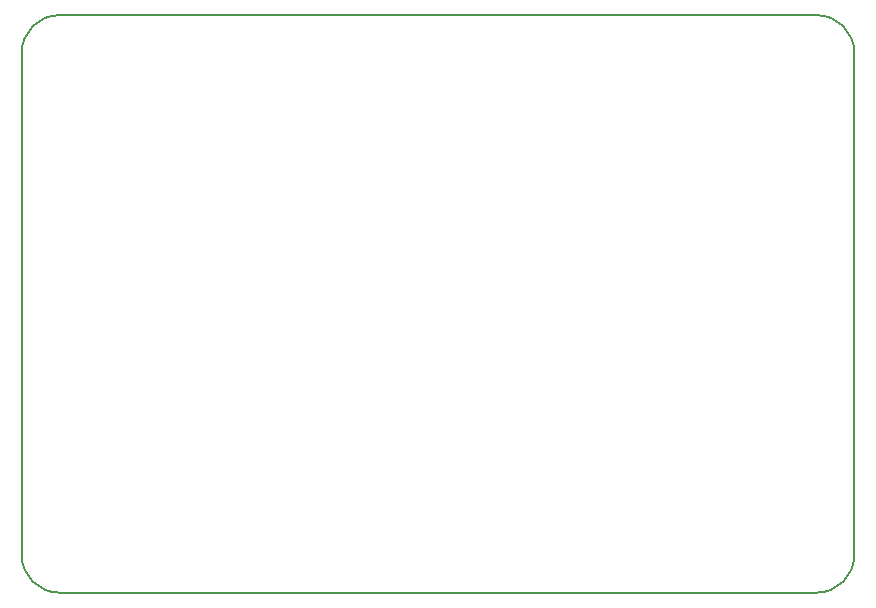
<source format=gm1>
G04 #@! TF.GenerationSoftware,KiCad,Pcbnew,(6.0.6)*
G04 #@! TF.CreationDate,2022-07-20T11:36:08+02:00*
G04 #@! TF.ProjectId,C64 XUM1541-II,43363420-5855-44d3-9135-34312d49492e,rev?*
G04 #@! TF.SameCoordinates,Original*
G04 #@! TF.FileFunction,Profile,NP*
%FSLAX46Y46*%
G04 Gerber Fmt 4.6, Leading zero omitted, Abs format (unit mm)*
G04 Created by KiCad (PCBNEW (6.0.6)) date 2022-07-20 11:36:08*
%MOMM*%
%LPD*%
G01*
G04 APERTURE LIST*
G04 #@! TA.AperFunction,Profile*
%ADD10C,0.150000*%
G04 #@! TD*
G04 APERTURE END LIST*
D10*
X99695000Y-100330000D02*
X99695000Y-57785000D01*
X167005000Y-103505000D02*
X102870000Y-103505000D01*
X167005000Y-103505000D02*
G75*
G03*
X170180000Y-100330000I0J3175000D01*
G01*
X99695000Y-100330000D02*
G75*
G03*
X102870000Y-103505000I3175000J0D01*
G01*
X102870000Y-54610000D02*
G75*
G03*
X99695000Y-57785000I0J-3175000D01*
G01*
X170180000Y-57785000D02*
G75*
G03*
X167005000Y-54610000I-3175000J0D01*
G01*
X170180000Y-72390000D02*
X170180000Y-57785000D01*
X167005000Y-54610000D02*
X102870000Y-54610000D01*
X170180000Y-100330000D02*
X170180000Y-72390000D01*
M02*

</source>
